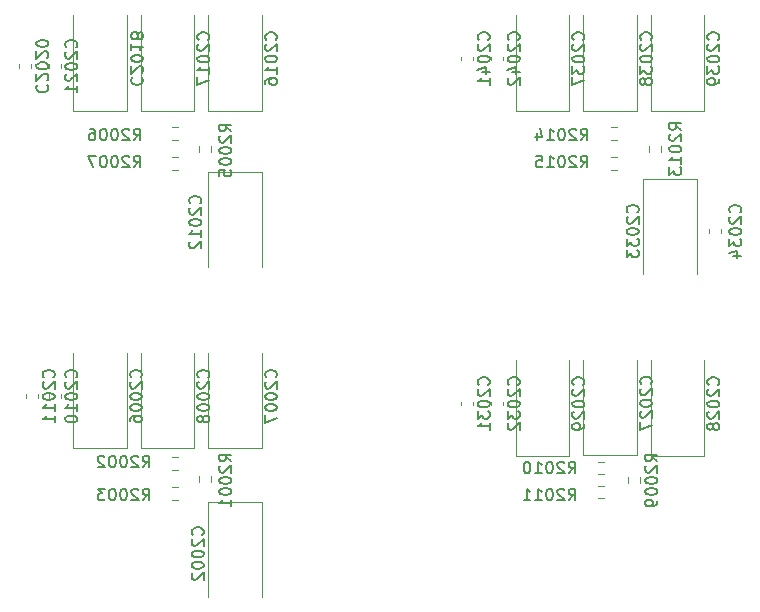
<source format=gbo>
%TF.GenerationSoftware,KiCad,Pcbnew,5.1.9+dfsg1-1*%
%TF.CreationDate,2021-04-28T20:37:39+02:00*%
%TF.ProjectId,Power_Board-2021,506f7765-725f-4426-9f61-72642d323032,rev?*%
%TF.SameCoordinates,Original*%
%TF.FileFunction,Legend,Bot*%
%TF.FilePolarity,Positive*%
%FSLAX46Y46*%
G04 Gerber Fmt 4.6, Leading zero omitted, Abs format (unit mm)*
G04 Created by KiCad (PCBNEW 5.1.9+dfsg1-1) date 2021-04-28 20:37:39*
%MOMM*%
%LPD*%
G01*
G04 APERTURE LIST*
%ADD10C,0.120000*%
%ADD11C,0.150000*%
G04 APERTURE END LIST*
D10*
%TO.C,C2002*%
X173710000Y-107985000D02*
X173710000Y-116045000D01*
X169190000Y-107985000D02*
X173710000Y-107985000D01*
X169190000Y-116045000D02*
X169190000Y-107985000D01*
%TO.C,C2006*%
X162280000Y-95410000D02*
X162280000Y-103470000D01*
X162280000Y-103470000D02*
X157760000Y-103470000D01*
X157760000Y-103470000D02*
X157760000Y-95410000D01*
%TO.C,C2008*%
X163475000Y-103470000D02*
X163475000Y-95410000D01*
X167995000Y-103470000D02*
X163475000Y-103470000D01*
X167995000Y-95410000D02*
X167995000Y-103470000D01*
%TO.C,C2010*%
X156720000Y-99206267D02*
X156720000Y-98913733D01*
X155700000Y-99206267D02*
X155700000Y-98913733D01*
%TO.C,C2011*%
X153795000Y-99206267D02*
X153795000Y-98913733D01*
X154815000Y-99206267D02*
X154815000Y-98913733D01*
%TO.C,C2012*%
X169190000Y-88105000D02*
X169190000Y-80045000D01*
X169190000Y-80045000D02*
X173710000Y-80045000D01*
X173710000Y-80045000D02*
X173710000Y-88105000D01*
%TO.C,C2016*%
X173710000Y-66835000D02*
X173710000Y-74895000D01*
X173710000Y-74895000D02*
X169190000Y-74895000D01*
X169190000Y-74895000D02*
X169190000Y-66835000D01*
%TO.C,C2017*%
X163475000Y-74895000D02*
X163475000Y-66835000D01*
X167995000Y-74895000D02*
X163475000Y-74895000D01*
X167995000Y-66835000D02*
X167995000Y-74895000D01*
%TO.C,C2018*%
X162280000Y-66835000D02*
X162280000Y-74895000D01*
X162280000Y-74895000D02*
X157760000Y-74895000D01*
X157760000Y-74895000D02*
X157760000Y-66835000D01*
%TO.C,C2020*%
X153160000Y-71266267D02*
X153160000Y-70973733D01*
X154180000Y-71266267D02*
X154180000Y-70973733D01*
%TO.C,C2021*%
X156720000Y-71266267D02*
X156720000Y-70973733D01*
X155700000Y-71266267D02*
X155700000Y-70973733D01*
%TO.C,C2027*%
X205460000Y-95982500D02*
X205460000Y-104042500D01*
X205460000Y-104042500D02*
X200940000Y-104042500D01*
X200940000Y-104042500D02*
X200940000Y-95982500D01*
%TO.C,C2028*%
X211175000Y-96045000D02*
X211175000Y-104105000D01*
X211175000Y-104105000D02*
X206655000Y-104105000D01*
X206655000Y-104105000D02*
X206655000Y-96045000D01*
%TO.C,C2029*%
X195225000Y-104105000D02*
X195225000Y-96045000D01*
X199745000Y-104105000D02*
X195225000Y-104105000D01*
X199745000Y-96045000D02*
X199745000Y-104105000D01*
%TO.C,C2031*%
X190625000Y-99841267D02*
X190625000Y-99548733D01*
X191645000Y-99841267D02*
X191645000Y-99548733D01*
%TO.C,C2032*%
X194185000Y-99841267D02*
X194185000Y-99548733D01*
X193165000Y-99841267D02*
X193165000Y-99548733D01*
%TO.C,C2033*%
X210540000Y-80680000D02*
X210540000Y-88740000D01*
X206020000Y-80680000D02*
X210540000Y-80680000D01*
X206020000Y-88740000D02*
X206020000Y-80680000D01*
%TO.C,C2037*%
X195225000Y-74895000D02*
X195225000Y-66835000D01*
X199745000Y-74895000D02*
X195225000Y-74895000D01*
X199745000Y-66835000D02*
X199745000Y-74895000D01*
%TO.C,C2038*%
X205460000Y-66835000D02*
X205460000Y-74895000D01*
X205460000Y-74895000D02*
X200940000Y-74895000D01*
X200940000Y-74895000D02*
X200940000Y-66835000D01*
%TO.C,C2039*%
X206655000Y-74895000D02*
X206655000Y-66835000D01*
X211175000Y-74895000D02*
X206655000Y-74895000D01*
X211175000Y-66835000D02*
X211175000Y-74895000D01*
%TO.C,C2041*%
X191645000Y-70631267D02*
X191645000Y-70338733D01*
X190625000Y-70631267D02*
X190625000Y-70338733D01*
%TO.C,C2042*%
X193165000Y-70631267D02*
X193165000Y-70338733D01*
X194185000Y-70631267D02*
X194185000Y-70338733D01*
%TO.C,R2001*%
X169432500Y-105790276D02*
X169432500Y-106299724D01*
X168387500Y-105790276D02*
X168387500Y-106299724D01*
%TO.C,R2002*%
X166115276Y-105297500D02*
X166624724Y-105297500D01*
X166115276Y-104252500D02*
X166624724Y-104252500D01*
%TO.C,R2003*%
X166624724Y-107837500D02*
X166115276Y-107837500D01*
X166624724Y-106792500D02*
X166115276Y-106792500D01*
%TO.C,R2005*%
X168387500Y-77850276D02*
X168387500Y-78359724D01*
X169432500Y-77850276D02*
X169432500Y-78359724D01*
%TO.C,R2006*%
X166115276Y-77357500D02*
X166624724Y-77357500D01*
X166115276Y-76312500D02*
X166624724Y-76312500D01*
%TO.C,R2007*%
X166624724Y-79897500D02*
X166115276Y-79897500D01*
X166624724Y-78852500D02*
X166115276Y-78852500D01*
%TO.C,R2009*%
X205754500Y-105917276D02*
X205754500Y-106426724D01*
X204709500Y-105917276D02*
X204709500Y-106426724D01*
%TO.C,R2010*%
X202183276Y-104633500D02*
X202692724Y-104633500D01*
X202183276Y-105678500D02*
X202692724Y-105678500D01*
%TO.C,R2011*%
X202692724Y-107710500D02*
X202183276Y-107710500D01*
X202692724Y-106665500D02*
X202183276Y-106665500D01*
%TO.C,R2013*%
X206487500Y-77850276D02*
X206487500Y-78359724D01*
X207532500Y-77850276D02*
X207532500Y-78359724D01*
%TO.C,R2014*%
X203302776Y-77357500D02*
X203812224Y-77357500D01*
X203302776Y-76312500D02*
X203812224Y-76312500D01*
%TO.C,R2015*%
X203812224Y-79897500D02*
X203302776Y-79897500D01*
X203812224Y-78852500D02*
X203302776Y-78852500D01*
%TO.C,C2007*%
X173710000Y-95410000D02*
X173710000Y-103470000D01*
X173710000Y-103470000D02*
X169190000Y-103470000D01*
X169190000Y-103470000D02*
X169190000Y-95410000D01*
%TO.C,C2034*%
X212600000Y-84943733D02*
X212600000Y-85236267D01*
X211580000Y-84943733D02*
X211580000Y-85236267D01*
%TO.C,C2002*%
D11*
X168707142Y-110799761D02*
X168754761Y-110752142D01*
X168802380Y-110609285D01*
X168802380Y-110514047D01*
X168754761Y-110371190D01*
X168659523Y-110275952D01*
X168564285Y-110228333D01*
X168373809Y-110180714D01*
X168230952Y-110180714D01*
X168040476Y-110228333D01*
X167945238Y-110275952D01*
X167850000Y-110371190D01*
X167802380Y-110514047D01*
X167802380Y-110609285D01*
X167850000Y-110752142D01*
X167897619Y-110799761D01*
X167897619Y-111180714D02*
X167850000Y-111228333D01*
X167802380Y-111323571D01*
X167802380Y-111561666D01*
X167850000Y-111656904D01*
X167897619Y-111704523D01*
X167992857Y-111752142D01*
X168088095Y-111752142D01*
X168230952Y-111704523D01*
X168802380Y-111133095D01*
X168802380Y-111752142D01*
X167802380Y-112371190D02*
X167802380Y-112466428D01*
X167850000Y-112561666D01*
X167897619Y-112609285D01*
X167992857Y-112656904D01*
X168183333Y-112704523D01*
X168421428Y-112704523D01*
X168611904Y-112656904D01*
X168707142Y-112609285D01*
X168754761Y-112561666D01*
X168802380Y-112466428D01*
X168802380Y-112371190D01*
X168754761Y-112275952D01*
X168707142Y-112228333D01*
X168611904Y-112180714D01*
X168421428Y-112133095D01*
X168183333Y-112133095D01*
X167992857Y-112180714D01*
X167897619Y-112228333D01*
X167850000Y-112275952D01*
X167802380Y-112371190D01*
X167802380Y-113323571D02*
X167802380Y-113418809D01*
X167850000Y-113514047D01*
X167897619Y-113561666D01*
X167992857Y-113609285D01*
X168183333Y-113656904D01*
X168421428Y-113656904D01*
X168611904Y-113609285D01*
X168707142Y-113561666D01*
X168754761Y-113514047D01*
X168802380Y-113418809D01*
X168802380Y-113323571D01*
X168754761Y-113228333D01*
X168707142Y-113180714D01*
X168611904Y-113133095D01*
X168421428Y-113085476D01*
X168183333Y-113085476D01*
X167992857Y-113133095D01*
X167897619Y-113180714D01*
X167850000Y-113228333D01*
X167802380Y-113323571D01*
X167897619Y-114037857D02*
X167850000Y-114085476D01*
X167802380Y-114180714D01*
X167802380Y-114418809D01*
X167850000Y-114514047D01*
X167897619Y-114561666D01*
X167992857Y-114609285D01*
X168088095Y-114609285D01*
X168230952Y-114561666D01*
X168802380Y-113990238D01*
X168802380Y-114609285D01*
%TO.C,C2006*%
X163477142Y-97464761D02*
X163524761Y-97417142D01*
X163572380Y-97274285D01*
X163572380Y-97179047D01*
X163524761Y-97036190D01*
X163429523Y-96940952D01*
X163334285Y-96893333D01*
X163143809Y-96845714D01*
X163000952Y-96845714D01*
X162810476Y-96893333D01*
X162715238Y-96940952D01*
X162620000Y-97036190D01*
X162572380Y-97179047D01*
X162572380Y-97274285D01*
X162620000Y-97417142D01*
X162667619Y-97464761D01*
X162667619Y-97845714D02*
X162620000Y-97893333D01*
X162572380Y-97988571D01*
X162572380Y-98226666D01*
X162620000Y-98321904D01*
X162667619Y-98369523D01*
X162762857Y-98417142D01*
X162858095Y-98417142D01*
X163000952Y-98369523D01*
X163572380Y-97798095D01*
X163572380Y-98417142D01*
X162572380Y-99036190D02*
X162572380Y-99131428D01*
X162620000Y-99226666D01*
X162667619Y-99274285D01*
X162762857Y-99321904D01*
X162953333Y-99369523D01*
X163191428Y-99369523D01*
X163381904Y-99321904D01*
X163477142Y-99274285D01*
X163524761Y-99226666D01*
X163572380Y-99131428D01*
X163572380Y-99036190D01*
X163524761Y-98940952D01*
X163477142Y-98893333D01*
X163381904Y-98845714D01*
X163191428Y-98798095D01*
X162953333Y-98798095D01*
X162762857Y-98845714D01*
X162667619Y-98893333D01*
X162620000Y-98940952D01*
X162572380Y-99036190D01*
X162572380Y-99988571D02*
X162572380Y-100083809D01*
X162620000Y-100179047D01*
X162667619Y-100226666D01*
X162762857Y-100274285D01*
X162953333Y-100321904D01*
X163191428Y-100321904D01*
X163381904Y-100274285D01*
X163477142Y-100226666D01*
X163524761Y-100179047D01*
X163572380Y-100083809D01*
X163572380Y-99988571D01*
X163524761Y-99893333D01*
X163477142Y-99845714D01*
X163381904Y-99798095D01*
X163191428Y-99750476D01*
X162953333Y-99750476D01*
X162762857Y-99798095D01*
X162667619Y-99845714D01*
X162620000Y-99893333D01*
X162572380Y-99988571D01*
X162572380Y-101179047D02*
X162572380Y-100988571D01*
X162620000Y-100893333D01*
X162667619Y-100845714D01*
X162810476Y-100750476D01*
X163000952Y-100702857D01*
X163381904Y-100702857D01*
X163477142Y-100750476D01*
X163524761Y-100798095D01*
X163572380Y-100893333D01*
X163572380Y-101083809D01*
X163524761Y-101179047D01*
X163477142Y-101226666D01*
X163381904Y-101274285D01*
X163143809Y-101274285D01*
X163048571Y-101226666D01*
X163000952Y-101179047D01*
X162953333Y-101083809D01*
X162953333Y-100893333D01*
X163000952Y-100798095D01*
X163048571Y-100750476D01*
X163143809Y-100702857D01*
%TO.C,C2008*%
X169192142Y-97464761D02*
X169239761Y-97417142D01*
X169287380Y-97274285D01*
X169287380Y-97179047D01*
X169239761Y-97036190D01*
X169144523Y-96940952D01*
X169049285Y-96893333D01*
X168858809Y-96845714D01*
X168715952Y-96845714D01*
X168525476Y-96893333D01*
X168430238Y-96940952D01*
X168335000Y-97036190D01*
X168287380Y-97179047D01*
X168287380Y-97274285D01*
X168335000Y-97417142D01*
X168382619Y-97464761D01*
X168382619Y-97845714D02*
X168335000Y-97893333D01*
X168287380Y-97988571D01*
X168287380Y-98226666D01*
X168335000Y-98321904D01*
X168382619Y-98369523D01*
X168477857Y-98417142D01*
X168573095Y-98417142D01*
X168715952Y-98369523D01*
X169287380Y-97798095D01*
X169287380Y-98417142D01*
X168287380Y-99036190D02*
X168287380Y-99131428D01*
X168335000Y-99226666D01*
X168382619Y-99274285D01*
X168477857Y-99321904D01*
X168668333Y-99369523D01*
X168906428Y-99369523D01*
X169096904Y-99321904D01*
X169192142Y-99274285D01*
X169239761Y-99226666D01*
X169287380Y-99131428D01*
X169287380Y-99036190D01*
X169239761Y-98940952D01*
X169192142Y-98893333D01*
X169096904Y-98845714D01*
X168906428Y-98798095D01*
X168668333Y-98798095D01*
X168477857Y-98845714D01*
X168382619Y-98893333D01*
X168335000Y-98940952D01*
X168287380Y-99036190D01*
X168287380Y-99988571D02*
X168287380Y-100083809D01*
X168335000Y-100179047D01*
X168382619Y-100226666D01*
X168477857Y-100274285D01*
X168668333Y-100321904D01*
X168906428Y-100321904D01*
X169096904Y-100274285D01*
X169192142Y-100226666D01*
X169239761Y-100179047D01*
X169287380Y-100083809D01*
X169287380Y-99988571D01*
X169239761Y-99893333D01*
X169192142Y-99845714D01*
X169096904Y-99798095D01*
X168906428Y-99750476D01*
X168668333Y-99750476D01*
X168477857Y-99798095D01*
X168382619Y-99845714D01*
X168335000Y-99893333D01*
X168287380Y-99988571D01*
X168715952Y-100893333D02*
X168668333Y-100798095D01*
X168620714Y-100750476D01*
X168525476Y-100702857D01*
X168477857Y-100702857D01*
X168382619Y-100750476D01*
X168335000Y-100798095D01*
X168287380Y-100893333D01*
X168287380Y-101083809D01*
X168335000Y-101179047D01*
X168382619Y-101226666D01*
X168477857Y-101274285D01*
X168525476Y-101274285D01*
X168620714Y-101226666D01*
X168668333Y-101179047D01*
X168715952Y-101083809D01*
X168715952Y-100893333D01*
X168763571Y-100798095D01*
X168811190Y-100750476D01*
X168906428Y-100702857D01*
X169096904Y-100702857D01*
X169192142Y-100750476D01*
X169239761Y-100798095D01*
X169287380Y-100893333D01*
X169287380Y-101083809D01*
X169239761Y-101179047D01*
X169192142Y-101226666D01*
X169096904Y-101274285D01*
X168906428Y-101274285D01*
X168811190Y-101226666D01*
X168763571Y-101179047D01*
X168715952Y-101083809D01*
%TO.C,C2010*%
X157997142Y-97464761D02*
X158044761Y-97417142D01*
X158092380Y-97274285D01*
X158092380Y-97179047D01*
X158044761Y-97036190D01*
X157949523Y-96940952D01*
X157854285Y-96893333D01*
X157663809Y-96845714D01*
X157520952Y-96845714D01*
X157330476Y-96893333D01*
X157235238Y-96940952D01*
X157140000Y-97036190D01*
X157092380Y-97179047D01*
X157092380Y-97274285D01*
X157140000Y-97417142D01*
X157187619Y-97464761D01*
X157187619Y-97845714D02*
X157140000Y-97893333D01*
X157092380Y-97988571D01*
X157092380Y-98226666D01*
X157140000Y-98321904D01*
X157187619Y-98369523D01*
X157282857Y-98417142D01*
X157378095Y-98417142D01*
X157520952Y-98369523D01*
X158092380Y-97798095D01*
X158092380Y-98417142D01*
X157092380Y-99036190D02*
X157092380Y-99131428D01*
X157140000Y-99226666D01*
X157187619Y-99274285D01*
X157282857Y-99321904D01*
X157473333Y-99369523D01*
X157711428Y-99369523D01*
X157901904Y-99321904D01*
X157997142Y-99274285D01*
X158044761Y-99226666D01*
X158092380Y-99131428D01*
X158092380Y-99036190D01*
X158044761Y-98940952D01*
X157997142Y-98893333D01*
X157901904Y-98845714D01*
X157711428Y-98798095D01*
X157473333Y-98798095D01*
X157282857Y-98845714D01*
X157187619Y-98893333D01*
X157140000Y-98940952D01*
X157092380Y-99036190D01*
X158092380Y-100321904D02*
X158092380Y-99750476D01*
X158092380Y-100036190D02*
X157092380Y-100036190D01*
X157235238Y-99940952D01*
X157330476Y-99845714D01*
X157378095Y-99750476D01*
X157092380Y-100940952D02*
X157092380Y-101036190D01*
X157140000Y-101131428D01*
X157187619Y-101179047D01*
X157282857Y-101226666D01*
X157473333Y-101274285D01*
X157711428Y-101274285D01*
X157901904Y-101226666D01*
X157997142Y-101179047D01*
X158044761Y-101131428D01*
X158092380Y-101036190D01*
X158092380Y-100940952D01*
X158044761Y-100845714D01*
X157997142Y-100798095D01*
X157901904Y-100750476D01*
X157711428Y-100702857D01*
X157473333Y-100702857D01*
X157282857Y-100750476D01*
X157187619Y-100798095D01*
X157140000Y-100845714D01*
X157092380Y-100940952D01*
%TO.C,C2011*%
X156092142Y-97464761D02*
X156139761Y-97417142D01*
X156187380Y-97274285D01*
X156187380Y-97179047D01*
X156139761Y-97036190D01*
X156044523Y-96940952D01*
X155949285Y-96893333D01*
X155758809Y-96845714D01*
X155615952Y-96845714D01*
X155425476Y-96893333D01*
X155330238Y-96940952D01*
X155235000Y-97036190D01*
X155187380Y-97179047D01*
X155187380Y-97274285D01*
X155235000Y-97417142D01*
X155282619Y-97464761D01*
X155282619Y-97845714D02*
X155235000Y-97893333D01*
X155187380Y-97988571D01*
X155187380Y-98226666D01*
X155235000Y-98321904D01*
X155282619Y-98369523D01*
X155377857Y-98417142D01*
X155473095Y-98417142D01*
X155615952Y-98369523D01*
X156187380Y-97798095D01*
X156187380Y-98417142D01*
X155187380Y-99036190D02*
X155187380Y-99131428D01*
X155235000Y-99226666D01*
X155282619Y-99274285D01*
X155377857Y-99321904D01*
X155568333Y-99369523D01*
X155806428Y-99369523D01*
X155996904Y-99321904D01*
X156092142Y-99274285D01*
X156139761Y-99226666D01*
X156187380Y-99131428D01*
X156187380Y-99036190D01*
X156139761Y-98940952D01*
X156092142Y-98893333D01*
X155996904Y-98845714D01*
X155806428Y-98798095D01*
X155568333Y-98798095D01*
X155377857Y-98845714D01*
X155282619Y-98893333D01*
X155235000Y-98940952D01*
X155187380Y-99036190D01*
X156187380Y-100321904D02*
X156187380Y-99750476D01*
X156187380Y-100036190D02*
X155187380Y-100036190D01*
X155330238Y-99940952D01*
X155425476Y-99845714D01*
X155473095Y-99750476D01*
X156187380Y-101274285D02*
X156187380Y-100702857D01*
X156187380Y-100988571D02*
X155187380Y-100988571D01*
X155330238Y-100893333D01*
X155425476Y-100798095D01*
X155473095Y-100702857D01*
%TO.C,C2012*%
X168505142Y-82732761D02*
X168552761Y-82685142D01*
X168600380Y-82542285D01*
X168600380Y-82447047D01*
X168552761Y-82304190D01*
X168457523Y-82208952D01*
X168362285Y-82161333D01*
X168171809Y-82113714D01*
X168028952Y-82113714D01*
X167838476Y-82161333D01*
X167743238Y-82208952D01*
X167648000Y-82304190D01*
X167600380Y-82447047D01*
X167600380Y-82542285D01*
X167648000Y-82685142D01*
X167695619Y-82732761D01*
X167695619Y-83113714D02*
X167648000Y-83161333D01*
X167600380Y-83256571D01*
X167600380Y-83494666D01*
X167648000Y-83589904D01*
X167695619Y-83637523D01*
X167790857Y-83685142D01*
X167886095Y-83685142D01*
X168028952Y-83637523D01*
X168600380Y-83066095D01*
X168600380Y-83685142D01*
X167600380Y-84304190D02*
X167600380Y-84399428D01*
X167648000Y-84494666D01*
X167695619Y-84542285D01*
X167790857Y-84589904D01*
X167981333Y-84637523D01*
X168219428Y-84637523D01*
X168409904Y-84589904D01*
X168505142Y-84542285D01*
X168552761Y-84494666D01*
X168600380Y-84399428D01*
X168600380Y-84304190D01*
X168552761Y-84208952D01*
X168505142Y-84161333D01*
X168409904Y-84113714D01*
X168219428Y-84066095D01*
X167981333Y-84066095D01*
X167790857Y-84113714D01*
X167695619Y-84161333D01*
X167648000Y-84208952D01*
X167600380Y-84304190D01*
X168600380Y-85589904D02*
X168600380Y-85018476D01*
X168600380Y-85304190D02*
X167600380Y-85304190D01*
X167743238Y-85208952D01*
X167838476Y-85113714D01*
X167886095Y-85018476D01*
X167695619Y-85970857D02*
X167648000Y-86018476D01*
X167600380Y-86113714D01*
X167600380Y-86351809D01*
X167648000Y-86447047D01*
X167695619Y-86494666D01*
X167790857Y-86542285D01*
X167886095Y-86542285D01*
X168028952Y-86494666D01*
X168600380Y-85923238D01*
X168600380Y-86542285D01*
%TO.C,C2016*%
X174907142Y-68889761D02*
X174954761Y-68842142D01*
X175002380Y-68699285D01*
X175002380Y-68604047D01*
X174954761Y-68461190D01*
X174859523Y-68365952D01*
X174764285Y-68318333D01*
X174573809Y-68270714D01*
X174430952Y-68270714D01*
X174240476Y-68318333D01*
X174145238Y-68365952D01*
X174050000Y-68461190D01*
X174002380Y-68604047D01*
X174002380Y-68699285D01*
X174050000Y-68842142D01*
X174097619Y-68889761D01*
X174097619Y-69270714D02*
X174050000Y-69318333D01*
X174002380Y-69413571D01*
X174002380Y-69651666D01*
X174050000Y-69746904D01*
X174097619Y-69794523D01*
X174192857Y-69842142D01*
X174288095Y-69842142D01*
X174430952Y-69794523D01*
X175002380Y-69223095D01*
X175002380Y-69842142D01*
X174002380Y-70461190D02*
X174002380Y-70556428D01*
X174050000Y-70651666D01*
X174097619Y-70699285D01*
X174192857Y-70746904D01*
X174383333Y-70794523D01*
X174621428Y-70794523D01*
X174811904Y-70746904D01*
X174907142Y-70699285D01*
X174954761Y-70651666D01*
X175002380Y-70556428D01*
X175002380Y-70461190D01*
X174954761Y-70365952D01*
X174907142Y-70318333D01*
X174811904Y-70270714D01*
X174621428Y-70223095D01*
X174383333Y-70223095D01*
X174192857Y-70270714D01*
X174097619Y-70318333D01*
X174050000Y-70365952D01*
X174002380Y-70461190D01*
X175002380Y-71746904D02*
X175002380Y-71175476D01*
X175002380Y-71461190D02*
X174002380Y-71461190D01*
X174145238Y-71365952D01*
X174240476Y-71270714D01*
X174288095Y-71175476D01*
X174002380Y-72604047D02*
X174002380Y-72413571D01*
X174050000Y-72318333D01*
X174097619Y-72270714D01*
X174240476Y-72175476D01*
X174430952Y-72127857D01*
X174811904Y-72127857D01*
X174907142Y-72175476D01*
X174954761Y-72223095D01*
X175002380Y-72318333D01*
X175002380Y-72508809D01*
X174954761Y-72604047D01*
X174907142Y-72651666D01*
X174811904Y-72699285D01*
X174573809Y-72699285D01*
X174478571Y-72651666D01*
X174430952Y-72604047D01*
X174383333Y-72508809D01*
X174383333Y-72318333D01*
X174430952Y-72223095D01*
X174478571Y-72175476D01*
X174573809Y-72127857D01*
%TO.C,C2017*%
X169192142Y-68889761D02*
X169239761Y-68842142D01*
X169287380Y-68699285D01*
X169287380Y-68604047D01*
X169239761Y-68461190D01*
X169144523Y-68365952D01*
X169049285Y-68318333D01*
X168858809Y-68270714D01*
X168715952Y-68270714D01*
X168525476Y-68318333D01*
X168430238Y-68365952D01*
X168335000Y-68461190D01*
X168287380Y-68604047D01*
X168287380Y-68699285D01*
X168335000Y-68842142D01*
X168382619Y-68889761D01*
X168382619Y-69270714D02*
X168335000Y-69318333D01*
X168287380Y-69413571D01*
X168287380Y-69651666D01*
X168335000Y-69746904D01*
X168382619Y-69794523D01*
X168477857Y-69842142D01*
X168573095Y-69842142D01*
X168715952Y-69794523D01*
X169287380Y-69223095D01*
X169287380Y-69842142D01*
X168287380Y-70461190D02*
X168287380Y-70556428D01*
X168335000Y-70651666D01*
X168382619Y-70699285D01*
X168477857Y-70746904D01*
X168668333Y-70794523D01*
X168906428Y-70794523D01*
X169096904Y-70746904D01*
X169192142Y-70699285D01*
X169239761Y-70651666D01*
X169287380Y-70556428D01*
X169287380Y-70461190D01*
X169239761Y-70365952D01*
X169192142Y-70318333D01*
X169096904Y-70270714D01*
X168906428Y-70223095D01*
X168668333Y-70223095D01*
X168477857Y-70270714D01*
X168382619Y-70318333D01*
X168335000Y-70365952D01*
X168287380Y-70461190D01*
X169287380Y-71746904D02*
X169287380Y-71175476D01*
X169287380Y-71461190D02*
X168287380Y-71461190D01*
X168430238Y-71365952D01*
X168525476Y-71270714D01*
X168573095Y-71175476D01*
X168287380Y-72080238D02*
X168287380Y-72746904D01*
X169287380Y-72318333D01*
%TO.C,C2018*%
X162762857Y-72080238D02*
X162715238Y-72127857D01*
X162667619Y-72270714D01*
X162667619Y-72365952D01*
X162715238Y-72508809D01*
X162810476Y-72604047D01*
X162905714Y-72651666D01*
X163096190Y-72699285D01*
X163239047Y-72699285D01*
X163429523Y-72651666D01*
X163524761Y-72604047D01*
X163620000Y-72508809D01*
X163667619Y-72365952D01*
X163667619Y-72270714D01*
X163620000Y-72127857D01*
X163572380Y-72080238D01*
X163572380Y-71699285D02*
X163620000Y-71651666D01*
X163667619Y-71556428D01*
X163667619Y-71318333D01*
X163620000Y-71223095D01*
X163572380Y-71175476D01*
X163477142Y-71127857D01*
X163381904Y-71127857D01*
X163239047Y-71175476D01*
X162667619Y-71746904D01*
X162667619Y-71127857D01*
X163667619Y-70508809D02*
X163667619Y-70413571D01*
X163620000Y-70318333D01*
X163572380Y-70270714D01*
X163477142Y-70223095D01*
X163286666Y-70175476D01*
X163048571Y-70175476D01*
X162858095Y-70223095D01*
X162762857Y-70270714D01*
X162715238Y-70318333D01*
X162667619Y-70413571D01*
X162667619Y-70508809D01*
X162715238Y-70604047D01*
X162762857Y-70651666D01*
X162858095Y-70699285D01*
X163048571Y-70746904D01*
X163286666Y-70746904D01*
X163477142Y-70699285D01*
X163572380Y-70651666D01*
X163620000Y-70604047D01*
X163667619Y-70508809D01*
X162667619Y-69223095D02*
X162667619Y-69794523D01*
X162667619Y-69508809D02*
X163667619Y-69508809D01*
X163524761Y-69604047D01*
X163429523Y-69699285D01*
X163381904Y-69794523D01*
X163239047Y-68651666D02*
X163286666Y-68746904D01*
X163334285Y-68794523D01*
X163429523Y-68842142D01*
X163477142Y-68842142D01*
X163572380Y-68794523D01*
X163620000Y-68746904D01*
X163667619Y-68651666D01*
X163667619Y-68461190D01*
X163620000Y-68365952D01*
X163572380Y-68318333D01*
X163477142Y-68270714D01*
X163429523Y-68270714D01*
X163334285Y-68318333D01*
X163286666Y-68365952D01*
X163239047Y-68461190D01*
X163239047Y-68651666D01*
X163191428Y-68746904D01*
X163143809Y-68794523D01*
X163048571Y-68842142D01*
X162858095Y-68842142D01*
X162762857Y-68794523D01*
X162715238Y-68746904D01*
X162667619Y-68651666D01*
X162667619Y-68461190D01*
X162715238Y-68365952D01*
X162762857Y-68318333D01*
X162858095Y-68270714D01*
X163048571Y-68270714D01*
X163143809Y-68318333D01*
X163191428Y-68365952D01*
X163239047Y-68461190D01*
%TO.C,C2020*%
X154742857Y-72715238D02*
X154695238Y-72762857D01*
X154647619Y-72905714D01*
X154647619Y-73000952D01*
X154695238Y-73143809D01*
X154790476Y-73239047D01*
X154885714Y-73286666D01*
X155076190Y-73334285D01*
X155219047Y-73334285D01*
X155409523Y-73286666D01*
X155504761Y-73239047D01*
X155600000Y-73143809D01*
X155647619Y-73000952D01*
X155647619Y-72905714D01*
X155600000Y-72762857D01*
X155552380Y-72715238D01*
X155552380Y-72334285D02*
X155600000Y-72286666D01*
X155647619Y-72191428D01*
X155647619Y-71953333D01*
X155600000Y-71858095D01*
X155552380Y-71810476D01*
X155457142Y-71762857D01*
X155361904Y-71762857D01*
X155219047Y-71810476D01*
X154647619Y-72381904D01*
X154647619Y-71762857D01*
X155647619Y-71143809D02*
X155647619Y-71048571D01*
X155600000Y-70953333D01*
X155552380Y-70905714D01*
X155457142Y-70858095D01*
X155266666Y-70810476D01*
X155028571Y-70810476D01*
X154838095Y-70858095D01*
X154742857Y-70905714D01*
X154695238Y-70953333D01*
X154647619Y-71048571D01*
X154647619Y-71143809D01*
X154695238Y-71239047D01*
X154742857Y-71286666D01*
X154838095Y-71334285D01*
X155028571Y-71381904D01*
X155266666Y-71381904D01*
X155457142Y-71334285D01*
X155552380Y-71286666D01*
X155600000Y-71239047D01*
X155647619Y-71143809D01*
X155552380Y-70429523D02*
X155600000Y-70381904D01*
X155647619Y-70286666D01*
X155647619Y-70048571D01*
X155600000Y-69953333D01*
X155552380Y-69905714D01*
X155457142Y-69858095D01*
X155361904Y-69858095D01*
X155219047Y-69905714D01*
X154647619Y-70477142D01*
X154647619Y-69858095D01*
X155647619Y-69239047D02*
X155647619Y-69143809D01*
X155600000Y-69048571D01*
X155552380Y-69000952D01*
X155457142Y-68953333D01*
X155266666Y-68905714D01*
X155028571Y-68905714D01*
X154838095Y-68953333D01*
X154742857Y-69000952D01*
X154695238Y-69048571D01*
X154647619Y-69143809D01*
X154647619Y-69239047D01*
X154695238Y-69334285D01*
X154742857Y-69381904D01*
X154838095Y-69429523D01*
X155028571Y-69477142D01*
X155266666Y-69477142D01*
X155457142Y-69429523D01*
X155552380Y-69381904D01*
X155600000Y-69334285D01*
X155647619Y-69239047D01*
%TO.C,C2021*%
X157997142Y-69524761D02*
X158044761Y-69477142D01*
X158092380Y-69334285D01*
X158092380Y-69239047D01*
X158044761Y-69096190D01*
X157949523Y-69000952D01*
X157854285Y-68953333D01*
X157663809Y-68905714D01*
X157520952Y-68905714D01*
X157330476Y-68953333D01*
X157235238Y-69000952D01*
X157140000Y-69096190D01*
X157092380Y-69239047D01*
X157092380Y-69334285D01*
X157140000Y-69477142D01*
X157187619Y-69524761D01*
X157187619Y-69905714D02*
X157140000Y-69953333D01*
X157092380Y-70048571D01*
X157092380Y-70286666D01*
X157140000Y-70381904D01*
X157187619Y-70429523D01*
X157282857Y-70477142D01*
X157378095Y-70477142D01*
X157520952Y-70429523D01*
X158092380Y-69858095D01*
X158092380Y-70477142D01*
X157092380Y-71096190D02*
X157092380Y-71191428D01*
X157140000Y-71286666D01*
X157187619Y-71334285D01*
X157282857Y-71381904D01*
X157473333Y-71429523D01*
X157711428Y-71429523D01*
X157901904Y-71381904D01*
X157997142Y-71334285D01*
X158044761Y-71286666D01*
X158092380Y-71191428D01*
X158092380Y-71096190D01*
X158044761Y-71000952D01*
X157997142Y-70953333D01*
X157901904Y-70905714D01*
X157711428Y-70858095D01*
X157473333Y-70858095D01*
X157282857Y-70905714D01*
X157187619Y-70953333D01*
X157140000Y-71000952D01*
X157092380Y-71096190D01*
X157187619Y-71810476D02*
X157140000Y-71858095D01*
X157092380Y-71953333D01*
X157092380Y-72191428D01*
X157140000Y-72286666D01*
X157187619Y-72334285D01*
X157282857Y-72381904D01*
X157378095Y-72381904D01*
X157520952Y-72334285D01*
X158092380Y-71762857D01*
X158092380Y-72381904D01*
X158092380Y-73334285D02*
X158092380Y-72762857D01*
X158092380Y-73048571D02*
X157092380Y-73048571D01*
X157235238Y-72953333D01*
X157330476Y-72858095D01*
X157378095Y-72762857D01*
%TO.C,C2027*%
X206657142Y-98037261D02*
X206704761Y-97989642D01*
X206752380Y-97846785D01*
X206752380Y-97751547D01*
X206704761Y-97608690D01*
X206609523Y-97513452D01*
X206514285Y-97465833D01*
X206323809Y-97418214D01*
X206180952Y-97418214D01*
X205990476Y-97465833D01*
X205895238Y-97513452D01*
X205800000Y-97608690D01*
X205752380Y-97751547D01*
X205752380Y-97846785D01*
X205800000Y-97989642D01*
X205847619Y-98037261D01*
X205847619Y-98418214D02*
X205800000Y-98465833D01*
X205752380Y-98561071D01*
X205752380Y-98799166D01*
X205800000Y-98894404D01*
X205847619Y-98942023D01*
X205942857Y-98989642D01*
X206038095Y-98989642D01*
X206180952Y-98942023D01*
X206752380Y-98370595D01*
X206752380Y-98989642D01*
X205752380Y-99608690D02*
X205752380Y-99703928D01*
X205800000Y-99799166D01*
X205847619Y-99846785D01*
X205942857Y-99894404D01*
X206133333Y-99942023D01*
X206371428Y-99942023D01*
X206561904Y-99894404D01*
X206657142Y-99846785D01*
X206704761Y-99799166D01*
X206752380Y-99703928D01*
X206752380Y-99608690D01*
X206704761Y-99513452D01*
X206657142Y-99465833D01*
X206561904Y-99418214D01*
X206371428Y-99370595D01*
X206133333Y-99370595D01*
X205942857Y-99418214D01*
X205847619Y-99465833D01*
X205800000Y-99513452D01*
X205752380Y-99608690D01*
X205847619Y-100322976D02*
X205800000Y-100370595D01*
X205752380Y-100465833D01*
X205752380Y-100703928D01*
X205800000Y-100799166D01*
X205847619Y-100846785D01*
X205942857Y-100894404D01*
X206038095Y-100894404D01*
X206180952Y-100846785D01*
X206752380Y-100275357D01*
X206752380Y-100894404D01*
X205752380Y-101227738D02*
X205752380Y-101894404D01*
X206752380Y-101465833D01*
%TO.C,C2028*%
X212372142Y-98099761D02*
X212419761Y-98052142D01*
X212467380Y-97909285D01*
X212467380Y-97814047D01*
X212419761Y-97671190D01*
X212324523Y-97575952D01*
X212229285Y-97528333D01*
X212038809Y-97480714D01*
X211895952Y-97480714D01*
X211705476Y-97528333D01*
X211610238Y-97575952D01*
X211515000Y-97671190D01*
X211467380Y-97814047D01*
X211467380Y-97909285D01*
X211515000Y-98052142D01*
X211562619Y-98099761D01*
X211562619Y-98480714D02*
X211515000Y-98528333D01*
X211467380Y-98623571D01*
X211467380Y-98861666D01*
X211515000Y-98956904D01*
X211562619Y-99004523D01*
X211657857Y-99052142D01*
X211753095Y-99052142D01*
X211895952Y-99004523D01*
X212467380Y-98433095D01*
X212467380Y-99052142D01*
X211467380Y-99671190D02*
X211467380Y-99766428D01*
X211515000Y-99861666D01*
X211562619Y-99909285D01*
X211657857Y-99956904D01*
X211848333Y-100004523D01*
X212086428Y-100004523D01*
X212276904Y-99956904D01*
X212372142Y-99909285D01*
X212419761Y-99861666D01*
X212467380Y-99766428D01*
X212467380Y-99671190D01*
X212419761Y-99575952D01*
X212372142Y-99528333D01*
X212276904Y-99480714D01*
X212086428Y-99433095D01*
X211848333Y-99433095D01*
X211657857Y-99480714D01*
X211562619Y-99528333D01*
X211515000Y-99575952D01*
X211467380Y-99671190D01*
X211562619Y-100385476D02*
X211515000Y-100433095D01*
X211467380Y-100528333D01*
X211467380Y-100766428D01*
X211515000Y-100861666D01*
X211562619Y-100909285D01*
X211657857Y-100956904D01*
X211753095Y-100956904D01*
X211895952Y-100909285D01*
X212467380Y-100337857D01*
X212467380Y-100956904D01*
X211895952Y-101528333D02*
X211848333Y-101433095D01*
X211800714Y-101385476D01*
X211705476Y-101337857D01*
X211657857Y-101337857D01*
X211562619Y-101385476D01*
X211515000Y-101433095D01*
X211467380Y-101528333D01*
X211467380Y-101718809D01*
X211515000Y-101814047D01*
X211562619Y-101861666D01*
X211657857Y-101909285D01*
X211705476Y-101909285D01*
X211800714Y-101861666D01*
X211848333Y-101814047D01*
X211895952Y-101718809D01*
X211895952Y-101528333D01*
X211943571Y-101433095D01*
X211991190Y-101385476D01*
X212086428Y-101337857D01*
X212276904Y-101337857D01*
X212372142Y-101385476D01*
X212419761Y-101433095D01*
X212467380Y-101528333D01*
X212467380Y-101718809D01*
X212419761Y-101814047D01*
X212372142Y-101861666D01*
X212276904Y-101909285D01*
X212086428Y-101909285D01*
X211991190Y-101861666D01*
X211943571Y-101814047D01*
X211895952Y-101718809D01*
%TO.C,C2029*%
X200942142Y-98099761D02*
X200989761Y-98052142D01*
X201037380Y-97909285D01*
X201037380Y-97814047D01*
X200989761Y-97671190D01*
X200894523Y-97575952D01*
X200799285Y-97528333D01*
X200608809Y-97480714D01*
X200465952Y-97480714D01*
X200275476Y-97528333D01*
X200180238Y-97575952D01*
X200085000Y-97671190D01*
X200037380Y-97814047D01*
X200037380Y-97909285D01*
X200085000Y-98052142D01*
X200132619Y-98099761D01*
X200132619Y-98480714D02*
X200085000Y-98528333D01*
X200037380Y-98623571D01*
X200037380Y-98861666D01*
X200085000Y-98956904D01*
X200132619Y-99004523D01*
X200227857Y-99052142D01*
X200323095Y-99052142D01*
X200465952Y-99004523D01*
X201037380Y-98433095D01*
X201037380Y-99052142D01*
X200037380Y-99671190D02*
X200037380Y-99766428D01*
X200085000Y-99861666D01*
X200132619Y-99909285D01*
X200227857Y-99956904D01*
X200418333Y-100004523D01*
X200656428Y-100004523D01*
X200846904Y-99956904D01*
X200942142Y-99909285D01*
X200989761Y-99861666D01*
X201037380Y-99766428D01*
X201037380Y-99671190D01*
X200989761Y-99575952D01*
X200942142Y-99528333D01*
X200846904Y-99480714D01*
X200656428Y-99433095D01*
X200418333Y-99433095D01*
X200227857Y-99480714D01*
X200132619Y-99528333D01*
X200085000Y-99575952D01*
X200037380Y-99671190D01*
X200132619Y-100385476D02*
X200085000Y-100433095D01*
X200037380Y-100528333D01*
X200037380Y-100766428D01*
X200085000Y-100861666D01*
X200132619Y-100909285D01*
X200227857Y-100956904D01*
X200323095Y-100956904D01*
X200465952Y-100909285D01*
X201037380Y-100337857D01*
X201037380Y-100956904D01*
X201037380Y-101433095D02*
X201037380Y-101623571D01*
X200989761Y-101718809D01*
X200942142Y-101766428D01*
X200799285Y-101861666D01*
X200608809Y-101909285D01*
X200227857Y-101909285D01*
X200132619Y-101861666D01*
X200085000Y-101814047D01*
X200037380Y-101718809D01*
X200037380Y-101528333D01*
X200085000Y-101433095D01*
X200132619Y-101385476D01*
X200227857Y-101337857D01*
X200465952Y-101337857D01*
X200561190Y-101385476D01*
X200608809Y-101433095D01*
X200656428Y-101528333D01*
X200656428Y-101718809D01*
X200608809Y-101814047D01*
X200561190Y-101861666D01*
X200465952Y-101909285D01*
%TO.C,C2031*%
X192922142Y-98099761D02*
X192969761Y-98052142D01*
X193017380Y-97909285D01*
X193017380Y-97814047D01*
X192969761Y-97671190D01*
X192874523Y-97575952D01*
X192779285Y-97528333D01*
X192588809Y-97480714D01*
X192445952Y-97480714D01*
X192255476Y-97528333D01*
X192160238Y-97575952D01*
X192065000Y-97671190D01*
X192017380Y-97814047D01*
X192017380Y-97909285D01*
X192065000Y-98052142D01*
X192112619Y-98099761D01*
X192112619Y-98480714D02*
X192065000Y-98528333D01*
X192017380Y-98623571D01*
X192017380Y-98861666D01*
X192065000Y-98956904D01*
X192112619Y-99004523D01*
X192207857Y-99052142D01*
X192303095Y-99052142D01*
X192445952Y-99004523D01*
X193017380Y-98433095D01*
X193017380Y-99052142D01*
X192017380Y-99671190D02*
X192017380Y-99766428D01*
X192065000Y-99861666D01*
X192112619Y-99909285D01*
X192207857Y-99956904D01*
X192398333Y-100004523D01*
X192636428Y-100004523D01*
X192826904Y-99956904D01*
X192922142Y-99909285D01*
X192969761Y-99861666D01*
X193017380Y-99766428D01*
X193017380Y-99671190D01*
X192969761Y-99575952D01*
X192922142Y-99528333D01*
X192826904Y-99480714D01*
X192636428Y-99433095D01*
X192398333Y-99433095D01*
X192207857Y-99480714D01*
X192112619Y-99528333D01*
X192065000Y-99575952D01*
X192017380Y-99671190D01*
X192017380Y-100337857D02*
X192017380Y-100956904D01*
X192398333Y-100623571D01*
X192398333Y-100766428D01*
X192445952Y-100861666D01*
X192493571Y-100909285D01*
X192588809Y-100956904D01*
X192826904Y-100956904D01*
X192922142Y-100909285D01*
X192969761Y-100861666D01*
X193017380Y-100766428D01*
X193017380Y-100480714D01*
X192969761Y-100385476D01*
X192922142Y-100337857D01*
X193017380Y-101909285D02*
X193017380Y-101337857D01*
X193017380Y-101623571D02*
X192017380Y-101623571D01*
X192160238Y-101528333D01*
X192255476Y-101433095D01*
X192303095Y-101337857D01*
%TO.C,C2032*%
X195462142Y-98099761D02*
X195509761Y-98052142D01*
X195557380Y-97909285D01*
X195557380Y-97814047D01*
X195509761Y-97671190D01*
X195414523Y-97575952D01*
X195319285Y-97528333D01*
X195128809Y-97480714D01*
X194985952Y-97480714D01*
X194795476Y-97528333D01*
X194700238Y-97575952D01*
X194605000Y-97671190D01*
X194557380Y-97814047D01*
X194557380Y-97909285D01*
X194605000Y-98052142D01*
X194652619Y-98099761D01*
X194652619Y-98480714D02*
X194605000Y-98528333D01*
X194557380Y-98623571D01*
X194557380Y-98861666D01*
X194605000Y-98956904D01*
X194652619Y-99004523D01*
X194747857Y-99052142D01*
X194843095Y-99052142D01*
X194985952Y-99004523D01*
X195557380Y-98433095D01*
X195557380Y-99052142D01*
X194557380Y-99671190D02*
X194557380Y-99766428D01*
X194605000Y-99861666D01*
X194652619Y-99909285D01*
X194747857Y-99956904D01*
X194938333Y-100004523D01*
X195176428Y-100004523D01*
X195366904Y-99956904D01*
X195462142Y-99909285D01*
X195509761Y-99861666D01*
X195557380Y-99766428D01*
X195557380Y-99671190D01*
X195509761Y-99575952D01*
X195462142Y-99528333D01*
X195366904Y-99480714D01*
X195176428Y-99433095D01*
X194938333Y-99433095D01*
X194747857Y-99480714D01*
X194652619Y-99528333D01*
X194605000Y-99575952D01*
X194557380Y-99671190D01*
X194557380Y-100337857D02*
X194557380Y-100956904D01*
X194938333Y-100623571D01*
X194938333Y-100766428D01*
X194985952Y-100861666D01*
X195033571Y-100909285D01*
X195128809Y-100956904D01*
X195366904Y-100956904D01*
X195462142Y-100909285D01*
X195509761Y-100861666D01*
X195557380Y-100766428D01*
X195557380Y-100480714D01*
X195509761Y-100385476D01*
X195462142Y-100337857D01*
X194652619Y-101337857D02*
X194605000Y-101385476D01*
X194557380Y-101480714D01*
X194557380Y-101718809D01*
X194605000Y-101814047D01*
X194652619Y-101861666D01*
X194747857Y-101909285D01*
X194843095Y-101909285D01*
X194985952Y-101861666D01*
X195557380Y-101290238D01*
X195557380Y-101909285D01*
%TO.C,C2033*%
X205537142Y-83494761D02*
X205584761Y-83447142D01*
X205632380Y-83304285D01*
X205632380Y-83209047D01*
X205584761Y-83066190D01*
X205489523Y-82970952D01*
X205394285Y-82923333D01*
X205203809Y-82875714D01*
X205060952Y-82875714D01*
X204870476Y-82923333D01*
X204775238Y-82970952D01*
X204680000Y-83066190D01*
X204632380Y-83209047D01*
X204632380Y-83304285D01*
X204680000Y-83447142D01*
X204727619Y-83494761D01*
X204727619Y-83875714D02*
X204680000Y-83923333D01*
X204632380Y-84018571D01*
X204632380Y-84256666D01*
X204680000Y-84351904D01*
X204727619Y-84399523D01*
X204822857Y-84447142D01*
X204918095Y-84447142D01*
X205060952Y-84399523D01*
X205632380Y-83828095D01*
X205632380Y-84447142D01*
X204632380Y-85066190D02*
X204632380Y-85161428D01*
X204680000Y-85256666D01*
X204727619Y-85304285D01*
X204822857Y-85351904D01*
X205013333Y-85399523D01*
X205251428Y-85399523D01*
X205441904Y-85351904D01*
X205537142Y-85304285D01*
X205584761Y-85256666D01*
X205632380Y-85161428D01*
X205632380Y-85066190D01*
X205584761Y-84970952D01*
X205537142Y-84923333D01*
X205441904Y-84875714D01*
X205251428Y-84828095D01*
X205013333Y-84828095D01*
X204822857Y-84875714D01*
X204727619Y-84923333D01*
X204680000Y-84970952D01*
X204632380Y-85066190D01*
X204632380Y-85732857D02*
X204632380Y-86351904D01*
X205013333Y-86018571D01*
X205013333Y-86161428D01*
X205060952Y-86256666D01*
X205108571Y-86304285D01*
X205203809Y-86351904D01*
X205441904Y-86351904D01*
X205537142Y-86304285D01*
X205584761Y-86256666D01*
X205632380Y-86161428D01*
X205632380Y-85875714D01*
X205584761Y-85780476D01*
X205537142Y-85732857D01*
X204632380Y-86685238D02*
X204632380Y-87304285D01*
X205013333Y-86970952D01*
X205013333Y-87113809D01*
X205060952Y-87209047D01*
X205108571Y-87256666D01*
X205203809Y-87304285D01*
X205441904Y-87304285D01*
X205537142Y-87256666D01*
X205584761Y-87209047D01*
X205632380Y-87113809D01*
X205632380Y-86828095D01*
X205584761Y-86732857D01*
X205537142Y-86685238D01*
%TO.C,C2037*%
X200942142Y-68889761D02*
X200989761Y-68842142D01*
X201037380Y-68699285D01*
X201037380Y-68604047D01*
X200989761Y-68461190D01*
X200894523Y-68365952D01*
X200799285Y-68318333D01*
X200608809Y-68270714D01*
X200465952Y-68270714D01*
X200275476Y-68318333D01*
X200180238Y-68365952D01*
X200085000Y-68461190D01*
X200037380Y-68604047D01*
X200037380Y-68699285D01*
X200085000Y-68842142D01*
X200132619Y-68889761D01*
X200132619Y-69270714D02*
X200085000Y-69318333D01*
X200037380Y-69413571D01*
X200037380Y-69651666D01*
X200085000Y-69746904D01*
X200132619Y-69794523D01*
X200227857Y-69842142D01*
X200323095Y-69842142D01*
X200465952Y-69794523D01*
X201037380Y-69223095D01*
X201037380Y-69842142D01*
X200037380Y-70461190D02*
X200037380Y-70556428D01*
X200085000Y-70651666D01*
X200132619Y-70699285D01*
X200227857Y-70746904D01*
X200418333Y-70794523D01*
X200656428Y-70794523D01*
X200846904Y-70746904D01*
X200942142Y-70699285D01*
X200989761Y-70651666D01*
X201037380Y-70556428D01*
X201037380Y-70461190D01*
X200989761Y-70365952D01*
X200942142Y-70318333D01*
X200846904Y-70270714D01*
X200656428Y-70223095D01*
X200418333Y-70223095D01*
X200227857Y-70270714D01*
X200132619Y-70318333D01*
X200085000Y-70365952D01*
X200037380Y-70461190D01*
X200037380Y-71127857D02*
X200037380Y-71746904D01*
X200418333Y-71413571D01*
X200418333Y-71556428D01*
X200465952Y-71651666D01*
X200513571Y-71699285D01*
X200608809Y-71746904D01*
X200846904Y-71746904D01*
X200942142Y-71699285D01*
X200989761Y-71651666D01*
X201037380Y-71556428D01*
X201037380Y-71270714D01*
X200989761Y-71175476D01*
X200942142Y-71127857D01*
X200037380Y-72080238D02*
X200037380Y-72746904D01*
X201037380Y-72318333D01*
%TO.C,C2038*%
X206657142Y-68889761D02*
X206704761Y-68842142D01*
X206752380Y-68699285D01*
X206752380Y-68604047D01*
X206704761Y-68461190D01*
X206609523Y-68365952D01*
X206514285Y-68318333D01*
X206323809Y-68270714D01*
X206180952Y-68270714D01*
X205990476Y-68318333D01*
X205895238Y-68365952D01*
X205800000Y-68461190D01*
X205752380Y-68604047D01*
X205752380Y-68699285D01*
X205800000Y-68842142D01*
X205847619Y-68889761D01*
X205847619Y-69270714D02*
X205800000Y-69318333D01*
X205752380Y-69413571D01*
X205752380Y-69651666D01*
X205800000Y-69746904D01*
X205847619Y-69794523D01*
X205942857Y-69842142D01*
X206038095Y-69842142D01*
X206180952Y-69794523D01*
X206752380Y-69223095D01*
X206752380Y-69842142D01*
X205752380Y-70461190D02*
X205752380Y-70556428D01*
X205800000Y-70651666D01*
X205847619Y-70699285D01*
X205942857Y-70746904D01*
X206133333Y-70794523D01*
X206371428Y-70794523D01*
X206561904Y-70746904D01*
X206657142Y-70699285D01*
X206704761Y-70651666D01*
X206752380Y-70556428D01*
X206752380Y-70461190D01*
X206704761Y-70365952D01*
X206657142Y-70318333D01*
X206561904Y-70270714D01*
X206371428Y-70223095D01*
X206133333Y-70223095D01*
X205942857Y-70270714D01*
X205847619Y-70318333D01*
X205800000Y-70365952D01*
X205752380Y-70461190D01*
X205752380Y-71127857D02*
X205752380Y-71746904D01*
X206133333Y-71413571D01*
X206133333Y-71556428D01*
X206180952Y-71651666D01*
X206228571Y-71699285D01*
X206323809Y-71746904D01*
X206561904Y-71746904D01*
X206657142Y-71699285D01*
X206704761Y-71651666D01*
X206752380Y-71556428D01*
X206752380Y-71270714D01*
X206704761Y-71175476D01*
X206657142Y-71127857D01*
X206180952Y-72318333D02*
X206133333Y-72223095D01*
X206085714Y-72175476D01*
X205990476Y-72127857D01*
X205942857Y-72127857D01*
X205847619Y-72175476D01*
X205800000Y-72223095D01*
X205752380Y-72318333D01*
X205752380Y-72508809D01*
X205800000Y-72604047D01*
X205847619Y-72651666D01*
X205942857Y-72699285D01*
X205990476Y-72699285D01*
X206085714Y-72651666D01*
X206133333Y-72604047D01*
X206180952Y-72508809D01*
X206180952Y-72318333D01*
X206228571Y-72223095D01*
X206276190Y-72175476D01*
X206371428Y-72127857D01*
X206561904Y-72127857D01*
X206657142Y-72175476D01*
X206704761Y-72223095D01*
X206752380Y-72318333D01*
X206752380Y-72508809D01*
X206704761Y-72604047D01*
X206657142Y-72651666D01*
X206561904Y-72699285D01*
X206371428Y-72699285D01*
X206276190Y-72651666D01*
X206228571Y-72604047D01*
X206180952Y-72508809D01*
%TO.C,C2039*%
X212372142Y-68889761D02*
X212419761Y-68842142D01*
X212467380Y-68699285D01*
X212467380Y-68604047D01*
X212419761Y-68461190D01*
X212324523Y-68365952D01*
X212229285Y-68318333D01*
X212038809Y-68270714D01*
X211895952Y-68270714D01*
X211705476Y-68318333D01*
X211610238Y-68365952D01*
X211515000Y-68461190D01*
X211467380Y-68604047D01*
X211467380Y-68699285D01*
X211515000Y-68842142D01*
X211562619Y-68889761D01*
X211562619Y-69270714D02*
X211515000Y-69318333D01*
X211467380Y-69413571D01*
X211467380Y-69651666D01*
X211515000Y-69746904D01*
X211562619Y-69794523D01*
X211657857Y-69842142D01*
X211753095Y-69842142D01*
X211895952Y-69794523D01*
X212467380Y-69223095D01*
X212467380Y-69842142D01*
X211467380Y-70461190D02*
X211467380Y-70556428D01*
X211515000Y-70651666D01*
X211562619Y-70699285D01*
X211657857Y-70746904D01*
X211848333Y-70794523D01*
X212086428Y-70794523D01*
X212276904Y-70746904D01*
X212372142Y-70699285D01*
X212419761Y-70651666D01*
X212467380Y-70556428D01*
X212467380Y-70461190D01*
X212419761Y-70365952D01*
X212372142Y-70318333D01*
X212276904Y-70270714D01*
X212086428Y-70223095D01*
X211848333Y-70223095D01*
X211657857Y-70270714D01*
X211562619Y-70318333D01*
X211515000Y-70365952D01*
X211467380Y-70461190D01*
X211467380Y-71127857D02*
X211467380Y-71746904D01*
X211848333Y-71413571D01*
X211848333Y-71556428D01*
X211895952Y-71651666D01*
X211943571Y-71699285D01*
X212038809Y-71746904D01*
X212276904Y-71746904D01*
X212372142Y-71699285D01*
X212419761Y-71651666D01*
X212467380Y-71556428D01*
X212467380Y-71270714D01*
X212419761Y-71175476D01*
X212372142Y-71127857D01*
X212467380Y-72223095D02*
X212467380Y-72413571D01*
X212419761Y-72508809D01*
X212372142Y-72556428D01*
X212229285Y-72651666D01*
X212038809Y-72699285D01*
X211657857Y-72699285D01*
X211562619Y-72651666D01*
X211515000Y-72604047D01*
X211467380Y-72508809D01*
X211467380Y-72318333D01*
X211515000Y-72223095D01*
X211562619Y-72175476D01*
X211657857Y-72127857D01*
X211895952Y-72127857D01*
X211991190Y-72175476D01*
X212038809Y-72223095D01*
X212086428Y-72318333D01*
X212086428Y-72508809D01*
X212038809Y-72604047D01*
X211991190Y-72651666D01*
X211895952Y-72699285D01*
%TO.C,C2041*%
X192922142Y-68889761D02*
X192969761Y-68842142D01*
X193017380Y-68699285D01*
X193017380Y-68604047D01*
X192969761Y-68461190D01*
X192874523Y-68365952D01*
X192779285Y-68318333D01*
X192588809Y-68270714D01*
X192445952Y-68270714D01*
X192255476Y-68318333D01*
X192160238Y-68365952D01*
X192065000Y-68461190D01*
X192017380Y-68604047D01*
X192017380Y-68699285D01*
X192065000Y-68842142D01*
X192112619Y-68889761D01*
X192112619Y-69270714D02*
X192065000Y-69318333D01*
X192017380Y-69413571D01*
X192017380Y-69651666D01*
X192065000Y-69746904D01*
X192112619Y-69794523D01*
X192207857Y-69842142D01*
X192303095Y-69842142D01*
X192445952Y-69794523D01*
X193017380Y-69223095D01*
X193017380Y-69842142D01*
X192017380Y-70461190D02*
X192017380Y-70556428D01*
X192065000Y-70651666D01*
X192112619Y-70699285D01*
X192207857Y-70746904D01*
X192398333Y-70794523D01*
X192636428Y-70794523D01*
X192826904Y-70746904D01*
X192922142Y-70699285D01*
X192969761Y-70651666D01*
X193017380Y-70556428D01*
X193017380Y-70461190D01*
X192969761Y-70365952D01*
X192922142Y-70318333D01*
X192826904Y-70270714D01*
X192636428Y-70223095D01*
X192398333Y-70223095D01*
X192207857Y-70270714D01*
X192112619Y-70318333D01*
X192065000Y-70365952D01*
X192017380Y-70461190D01*
X192350714Y-71651666D02*
X193017380Y-71651666D01*
X191969761Y-71413571D02*
X192684047Y-71175476D01*
X192684047Y-71794523D01*
X193017380Y-72699285D02*
X193017380Y-72127857D01*
X193017380Y-72413571D02*
X192017380Y-72413571D01*
X192160238Y-72318333D01*
X192255476Y-72223095D01*
X192303095Y-72127857D01*
%TO.C,C2042*%
X195462142Y-68889761D02*
X195509761Y-68842142D01*
X195557380Y-68699285D01*
X195557380Y-68604047D01*
X195509761Y-68461190D01*
X195414523Y-68365952D01*
X195319285Y-68318333D01*
X195128809Y-68270714D01*
X194985952Y-68270714D01*
X194795476Y-68318333D01*
X194700238Y-68365952D01*
X194605000Y-68461190D01*
X194557380Y-68604047D01*
X194557380Y-68699285D01*
X194605000Y-68842142D01*
X194652619Y-68889761D01*
X194652619Y-69270714D02*
X194605000Y-69318333D01*
X194557380Y-69413571D01*
X194557380Y-69651666D01*
X194605000Y-69746904D01*
X194652619Y-69794523D01*
X194747857Y-69842142D01*
X194843095Y-69842142D01*
X194985952Y-69794523D01*
X195557380Y-69223095D01*
X195557380Y-69842142D01*
X194557380Y-70461190D02*
X194557380Y-70556428D01*
X194605000Y-70651666D01*
X194652619Y-70699285D01*
X194747857Y-70746904D01*
X194938333Y-70794523D01*
X195176428Y-70794523D01*
X195366904Y-70746904D01*
X195462142Y-70699285D01*
X195509761Y-70651666D01*
X195557380Y-70556428D01*
X195557380Y-70461190D01*
X195509761Y-70365952D01*
X195462142Y-70318333D01*
X195366904Y-70270714D01*
X195176428Y-70223095D01*
X194938333Y-70223095D01*
X194747857Y-70270714D01*
X194652619Y-70318333D01*
X194605000Y-70365952D01*
X194557380Y-70461190D01*
X194890714Y-71651666D02*
X195557380Y-71651666D01*
X194509761Y-71413571D02*
X195224047Y-71175476D01*
X195224047Y-71794523D01*
X194652619Y-72127857D02*
X194605000Y-72175476D01*
X194557380Y-72270714D01*
X194557380Y-72508809D01*
X194605000Y-72604047D01*
X194652619Y-72651666D01*
X194747857Y-72699285D01*
X194843095Y-72699285D01*
X194985952Y-72651666D01*
X195557380Y-72080238D01*
X195557380Y-72699285D01*
%TO.C,R2001*%
X171140380Y-104576761D02*
X170664190Y-104243428D01*
X171140380Y-104005333D02*
X170140380Y-104005333D01*
X170140380Y-104386285D01*
X170188000Y-104481523D01*
X170235619Y-104529142D01*
X170330857Y-104576761D01*
X170473714Y-104576761D01*
X170568952Y-104529142D01*
X170616571Y-104481523D01*
X170664190Y-104386285D01*
X170664190Y-104005333D01*
X170235619Y-104957714D02*
X170188000Y-105005333D01*
X170140380Y-105100571D01*
X170140380Y-105338666D01*
X170188000Y-105433904D01*
X170235619Y-105481523D01*
X170330857Y-105529142D01*
X170426095Y-105529142D01*
X170568952Y-105481523D01*
X171140380Y-104910095D01*
X171140380Y-105529142D01*
X170140380Y-106148190D02*
X170140380Y-106243428D01*
X170188000Y-106338666D01*
X170235619Y-106386285D01*
X170330857Y-106433904D01*
X170521333Y-106481523D01*
X170759428Y-106481523D01*
X170949904Y-106433904D01*
X171045142Y-106386285D01*
X171092761Y-106338666D01*
X171140380Y-106243428D01*
X171140380Y-106148190D01*
X171092761Y-106052952D01*
X171045142Y-106005333D01*
X170949904Y-105957714D01*
X170759428Y-105910095D01*
X170521333Y-105910095D01*
X170330857Y-105957714D01*
X170235619Y-106005333D01*
X170188000Y-106052952D01*
X170140380Y-106148190D01*
X170140380Y-107100571D02*
X170140380Y-107195809D01*
X170188000Y-107291047D01*
X170235619Y-107338666D01*
X170330857Y-107386285D01*
X170521333Y-107433904D01*
X170759428Y-107433904D01*
X170949904Y-107386285D01*
X171045142Y-107338666D01*
X171092761Y-107291047D01*
X171140380Y-107195809D01*
X171140380Y-107100571D01*
X171092761Y-107005333D01*
X171045142Y-106957714D01*
X170949904Y-106910095D01*
X170759428Y-106862476D01*
X170521333Y-106862476D01*
X170330857Y-106910095D01*
X170235619Y-106957714D01*
X170188000Y-107005333D01*
X170140380Y-107100571D01*
X171140380Y-108386285D02*
X171140380Y-107814857D01*
X171140380Y-108100571D02*
X170140380Y-108100571D01*
X170283238Y-108005333D01*
X170378476Y-107910095D01*
X170426095Y-107814857D01*
%TO.C,R2002*%
X163647238Y-105100380D02*
X163980571Y-104624190D01*
X164218666Y-105100380D02*
X164218666Y-104100380D01*
X163837714Y-104100380D01*
X163742476Y-104148000D01*
X163694857Y-104195619D01*
X163647238Y-104290857D01*
X163647238Y-104433714D01*
X163694857Y-104528952D01*
X163742476Y-104576571D01*
X163837714Y-104624190D01*
X164218666Y-104624190D01*
X163266285Y-104195619D02*
X163218666Y-104148000D01*
X163123428Y-104100380D01*
X162885333Y-104100380D01*
X162790095Y-104148000D01*
X162742476Y-104195619D01*
X162694857Y-104290857D01*
X162694857Y-104386095D01*
X162742476Y-104528952D01*
X163313904Y-105100380D01*
X162694857Y-105100380D01*
X162075809Y-104100380D02*
X161980571Y-104100380D01*
X161885333Y-104148000D01*
X161837714Y-104195619D01*
X161790095Y-104290857D01*
X161742476Y-104481333D01*
X161742476Y-104719428D01*
X161790095Y-104909904D01*
X161837714Y-105005142D01*
X161885333Y-105052761D01*
X161980571Y-105100380D01*
X162075809Y-105100380D01*
X162171047Y-105052761D01*
X162218666Y-105005142D01*
X162266285Y-104909904D01*
X162313904Y-104719428D01*
X162313904Y-104481333D01*
X162266285Y-104290857D01*
X162218666Y-104195619D01*
X162171047Y-104148000D01*
X162075809Y-104100380D01*
X161123428Y-104100380D02*
X161028190Y-104100380D01*
X160932952Y-104148000D01*
X160885333Y-104195619D01*
X160837714Y-104290857D01*
X160790095Y-104481333D01*
X160790095Y-104719428D01*
X160837714Y-104909904D01*
X160885333Y-105005142D01*
X160932952Y-105052761D01*
X161028190Y-105100380D01*
X161123428Y-105100380D01*
X161218666Y-105052761D01*
X161266285Y-105005142D01*
X161313904Y-104909904D01*
X161361523Y-104719428D01*
X161361523Y-104481333D01*
X161313904Y-104290857D01*
X161266285Y-104195619D01*
X161218666Y-104148000D01*
X161123428Y-104100380D01*
X160409142Y-104195619D02*
X160361523Y-104148000D01*
X160266285Y-104100380D01*
X160028190Y-104100380D01*
X159932952Y-104148000D01*
X159885333Y-104195619D01*
X159837714Y-104290857D01*
X159837714Y-104386095D01*
X159885333Y-104528952D01*
X160456761Y-105100380D01*
X159837714Y-105100380D01*
%TO.C,R2003*%
X163647238Y-107894380D02*
X163980571Y-107418190D01*
X164218666Y-107894380D02*
X164218666Y-106894380D01*
X163837714Y-106894380D01*
X163742476Y-106942000D01*
X163694857Y-106989619D01*
X163647238Y-107084857D01*
X163647238Y-107227714D01*
X163694857Y-107322952D01*
X163742476Y-107370571D01*
X163837714Y-107418190D01*
X164218666Y-107418190D01*
X163266285Y-106989619D02*
X163218666Y-106942000D01*
X163123428Y-106894380D01*
X162885333Y-106894380D01*
X162790095Y-106942000D01*
X162742476Y-106989619D01*
X162694857Y-107084857D01*
X162694857Y-107180095D01*
X162742476Y-107322952D01*
X163313904Y-107894380D01*
X162694857Y-107894380D01*
X162075809Y-106894380D02*
X161980571Y-106894380D01*
X161885333Y-106942000D01*
X161837714Y-106989619D01*
X161790095Y-107084857D01*
X161742476Y-107275333D01*
X161742476Y-107513428D01*
X161790095Y-107703904D01*
X161837714Y-107799142D01*
X161885333Y-107846761D01*
X161980571Y-107894380D01*
X162075809Y-107894380D01*
X162171047Y-107846761D01*
X162218666Y-107799142D01*
X162266285Y-107703904D01*
X162313904Y-107513428D01*
X162313904Y-107275333D01*
X162266285Y-107084857D01*
X162218666Y-106989619D01*
X162171047Y-106942000D01*
X162075809Y-106894380D01*
X161123428Y-106894380D02*
X161028190Y-106894380D01*
X160932952Y-106942000D01*
X160885333Y-106989619D01*
X160837714Y-107084857D01*
X160790095Y-107275333D01*
X160790095Y-107513428D01*
X160837714Y-107703904D01*
X160885333Y-107799142D01*
X160932952Y-107846761D01*
X161028190Y-107894380D01*
X161123428Y-107894380D01*
X161218666Y-107846761D01*
X161266285Y-107799142D01*
X161313904Y-107703904D01*
X161361523Y-107513428D01*
X161361523Y-107275333D01*
X161313904Y-107084857D01*
X161266285Y-106989619D01*
X161218666Y-106942000D01*
X161123428Y-106894380D01*
X160456761Y-106894380D02*
X159837714Y-106894380D01*
X160171047Y-107275333D01*
X160028190Y-107275333D01*
X159932952Y-107322952D01*
X159885333Y-107370571D01*
X159837714Y-107465809D01*
X159837714Y-107703904D01*
X159885333Y-107799142D01*
X159932952Y-107846761D01*
X160028190Y-107894380D01*
X160313904Y-107894380D01*
X160409142Y-107846761D01*
X160456761Y-107799142D01*
%TO.C,R2005*%
X171140380Y-76636761D02*
X170664190Y-76303428D01*
X171140380Y-76065333D02*
X170140380Y-76065333D01*
X170140380Y-76446285D01*
X170188000Y-76541523D01*
X170235619Y-76589142D01*
X170330857Y-76636761D01*
X170473714Y-76636761D01*
X170568952Y-76589142D01*
X170616571Y-76541523D01*
X170664190Y-76446285D01*
X170664190Y-76065333D01*
X170235619Y-77017714D02*
X170188000Y-77065333D01*
X170140380Y-77160571D01*
X170140380Y-77398666D01*
X170188000Y-77493904D01*
X170235619Y-77541523D01*
X170330857Y-77589142D01*
X170426095Y-77589142D01*
X170568952Y-77541523D01*
X171140380Y-76970095D01*
X171140380Y-77589142D01*
X170140380Y-78208190D02*
X170140380Y-78303428D01*
X170188000Y-78398666D01*
X170235619Y-78446285D01*
X170330857Y-78493904D01*
X170521333Y-78541523D01*
X170759428Y-78541523D01*
X170949904Y-78493904D01*
X171045142Y-78446285D01*
X171092761Y-78398666D01*
X171140380Y-78303428D01*
X171140380Y-78208190D01*
X171092761Y-78112952D01*
X171045142Y-78065333D01*
X170949904Y-78017714D01*
X170759428Y-77970095D01*
X170521333Y-77970095D01*
X170330857Y-78017714D01*
X170235619Y-78065333D01*
X170188000Y-78112952D01*
X170140380Y-78208190D01*
X170140380Y-79160571D02*
X170140380Y-79255809D01*
X170188000Y-79351047D01*
X170235619Y-79398666D01*
X170330857Y-79446285D01*
X170521333Y-79493904D01*
X170759428Y-79493904D01*
X170949904Y-79446285D01*
X171045142Y-79398666D01*
X171092761Y-79351047D01*
X171140380Y-79255809D01*
X171140380Y-79160571D01*
X171092761Y-79065333D01*
X171045142Y-79017714D01*
X170949904Y-78970095D01*
X170759428Y-78922476D01*
X170521333Y-78922476D01*
X170330857Y-78970095D01*
X170235619Y-79017714D01*
X170188000Y-79065333D01*
X170140380Y-79160571D01*
X170140380Y-80398666D02*
X170140380Y-79922476D01*
X170616571Y-79874857D01*
X170568952Y-79922476D01*
X170521333Y-80017714D01*
X170521333Y-80255809D01*
X170568952Y-80351047D01*
X170616571Y-80398666D01*
X170711809Y-80446285D01*
X170949904Y-80446285D01*
X171045142Y-80398666D01*
X171092761Y-80351047D01*
X171140380Y-80255809D01*
X171140380Y-80017714D01*
X171092761Y-79922476D01*
X171045142Y-79874857D01*
%TO.C,R2006*%
X162885238Y-77414380D02*
X163218571Y-76938190D01*
X163456666Y-77414380D02*
X163456666Y-76414380D01*
X163075714Y-76414380D01*
X162980476Y-76462000D01*
X162932857Y-76509619D01*
X162885238Y-76604857D01*
X162885238Y-76747714D01*
X162932857Y-76842952D01*
X162980476Y-76890571D01*
X163075714Y-76938190D01*
X163456666Y-76938190D01*
X162504285Y-76509619D02*
X162456666Y-76462000D01*
X162361428Y-76414380D01*
X162123333Y-76414380D01*
X162028095Y-76462000D01*
X161980476Y-76509619D01*
X161932857Y-76604857D01*
X161932857Y-76700095D01*
X161980476Y-76842952D01*
X162551904Y-77414380D01*
X161932857Y-77414380D01*
X161313809Y-76414380D02*
X161218571Y-76414380D01*
X161123333Y-76462000D01*
X161075714Y-76509619D01*
X161028095Y-76604857D01*
X160980476Y-76795333D01*
X160980476Y-77033428D01*
X161028095Y-77223904D01*
X161075714Y-77319142D01*
X161123333Y-77366761D01*
X161218571Y-77414380D01*
X161313809Y-77414380D01*
X161409047Y-77366761D01*
X161456666Y-77319142D01*
X161504285Y-77223904D01*
X161551904Y-77033428D01*
X161551904Y-76795333D01*
X161504285Y-76604857D01*
X161456666Y-76509619D01*
X161409047Y-76462000D01*
X161313809Y-76414380D01*
X160361428Y-76414380D02*
X160266190Y-76414380D01*
X160170952Y-76462000D01*
X160123333Y-76509619D01*
X160075714Y-76604857D01*
X160028095Y-76795333D01*
X160028095Y-77033428D01*
X160075714Y-77223904D01*
X160123333Y-77319142D01*
X160170952Y-77366761D01*
X160266190Y-77414380D01*
X160361428Y-77414380D01*
X160456666Y-77366761D01*
X160504285Y-77319142D01*
X160551904Y-77223904D01*
X160599523Y-77033428D01*
X160599523Y-76795333D01*
X160551904Y-76604857D01*
X160504285Y-76509619D01*
X160456666Y-76462000D01*
X160361428Y-76414380D01*
X159170952Y-76414380D02*
X159361428Y-76414380D01*
X159456666Y-76462000D01*
X159504285Y-76509619D01*
X159599523Y-76652476D01*
X159647142Y-76842952D01*
X159647142Y-77223904D01*
X159599523Y-77319142D01*
X159551904Y-77366761D01*
X159456666Y-77414380D01*
X159266190Y-77414380D01*
X159170952Y-77366761D01*
X159123333Y-77319142D01*
X159075714Y-77223904D01*
X159075714Y-76985809D01*
X159123333Y-76890571D01*
X159170952Y-76842952D01*
X159266190Y-76795333D01*
X159456666Y-76795333D01*
X159551904Y-76842952D01*
X159599523Y-76890571D01*
X159647142Y-76985809D01*
%TO.C,R2007*%
X162885238Y-79700380D02*
X163218571Y-79224190D01*
X163456666Y-79700380D02*
X163456666Y-78700380D01*
X163075714Y-78700380D01*
X162980476Y-78748000D01*
X162932857Y-78795619D01*
X162885238Y-78890857D01*
X162885238Y-79033714D01*
X162932857Y-79128952D01*
X162980476Y-79176571D01*
X163075714Y-79224190D01*
X163456666Y-79224190D01*
X162504285Y-78795619D02*
X162456666Y-78748000D01*
X162361428Y-78700380D01*
X162123333Y-78700380D01*
X162028095Y-78748000D01*
X161980476Y-78795619D01*
X161932857Y-78890857D01*
X161932857Y-78986095D01*
X161980476Y-79128952D01*
X162551904Y-79700380D01*
X161932857Y-79700380D01*
X161313809Y-78700380D02*
X161218571Y-78700380D01*
X161123333Y-78748000D01*
X161075714Y-78795619D01*
X161028095Y-78890857D01*
X160980476Y-79081333D01*
X160980476Y-79319428D01*
X161028095Y-79509904D01*
X161075714Y-79605142D01*
X161123333Y-79652761D01*
X161218571Y-79700380D01*
X161313809Y-79700380D01*
X161409047Y-79652761D01*
X161456666Y-79605142D01*
X161504285Y-79509904D01*
X161551904Y-79319428D01*
X161551904Y-79081333D01*
X161504285Y-78890857D01*
X161456666Y-78795619D01*
X161409047Y-78748000D01*
X161313809Y-78700380D01*
X160361428Y-78700380D02*
X160266190Y-78700380D01*
X160170952Y-78748000D01*
X160123333Y-78795619D01*
X160075714Y-78890857D01*
X160028095Y-79081333D01*
X160028095Y-79319428D01*
X160075714Y-79509904D01*
X160123333Y-79605142D01*
X160170952Y-79652761D01*
X160266190Y-79700380D01*
X160361428Y-79700380D01*
X160456666Y-79652761D01*
X160504285Y-79605142D01*
X160551904Y-79509904D01*
X160599523Y-79319428D01*
X160599523Y-79081333D01*
X160551904Y-78890857D01*
X160504285Y-78795619D01*
X160456666Y-78748000D01*
X160361428Y-78700380D01*
X159694761Y-78700380D02*
X159028095Y-78700380D01*
X159456666Y-79700380D01*
%TO.C,R2009*%
X207208380Y-104576761D02*
X206732190Y-104243428D01*
X207208380Y-104005333D02*
X206208380Y-104005333D01*
X206208380Y-104386285D01*
X206256000Y-104481523D01*
X206303619Y-104529142D01*
X206398857Y-104576761D01*
X206541714Y-104576761D01*
X206636952Y-104529142D01*
X206684571Y-104481523D01*
X206732190Y-104386285D01*
X206732190Y-104005333D01*
X206303619Y-104957714D02*
X206256000Y-105005333D01*
X206208380Y-105100571D01*
X206208380Y-105338666D01*
X206256000Y-105433904D01*
X206303619Y-105481523D01*
X206398857Y-105529142D01*
X206494095Y-105529142D01*
X206636952Y-105481523D01*
X207208380Y-104910095D01*
X207208380Y-105529142D01*
X206208380Y-106148190D02*
X206208380Y-106243428D01*
X206256000Y-106338666D01*
X206303619Y-106386285D01*
X206398857Y-106433904D01*
X206589333Y-106481523D01*
X206827428Y-106481523D01*
X207017904Y-106433904D01*
X207113142Y-106386285D01*
X207160761Y-106338666D01*
X207208380Y-106243428D01*
X207208380Y-106148190D01*
X207160761Y-106052952D01*
X207113142Y-106005333D01*
X207017904Y-105957714D01*
X206827428Y-105910095D01*
X206589333Y-105910095D01*
X206398857Y-105957714D01*
X206303619Y-106005333D01*
X206256000Y-106052952D01*
X206208380Y-106148190D01*
X206208380Y-107100571D02*
X206208380Y-107195809D01*
X206256000Y-107291047D01*
X206303619Y-107338666D01*
X206398857Y-107386285D01*
X206589333Y-107433904D01*
X206827428Y-107433904D01*
X207017904Y-107386285D01*
X207113142Y-107338666D01*
X207160761Y-107291047D01*
X207208380Y-107195809D01*
X207208380Y-107100571D01*
X207160761Y-107005333D01*
X207113142Y-106957714D01*
X207017904Y-106910095D01*
X206827428Y-106862476D01*
X206589333Y-106862476D01*
X206398857Y-106910095D01*
X206303619Y-106957714D01*
X206256000Y-107005333D01*
X206208380Y-107100571D01*
X207208380Y-107910095D02*
X207208380Y-108100571D01*
X207160761Y-108195809D01*
X207113142Y-108243428D01*
X206970285Y-108338666D01*
X206779809Y-108386285D01*
X206398857Y-108386285D01*
X206303619Y-108338666D01*
X206256000Y-108291047D01*
X206208380Y-108195809D01*
X206208380Y-108005333D01*
X206256000Y-107910095D01*
X206303619Y-107862476D01*
X206398857Y-107814857D01*
X206636952Y-107814857D01*
X206732190Y-107862476D01*
X206779809Y-107910095D01*
X206827428Y-108005333D01*
X206827428Y-108195809D01*
X206779809Y-108291047D01*
X206732190Y-108338666D01*
X206636952Y-108386285D01*
%TO.C,R2010*%
X199715238Y-105608380D02*
X200048571Y-105132190D01*
X200286666Y-105608380D02*
X200286666Y-104608380D01*
X199905714Y-104608380D01*
X199810476Y-104656000D01*
X199762857Y-104703619D01*
X199715238Y-104798857D01*
X199715238Y-104941714D01*
X199762857Y-105036952D01*
X199810476Y-105084571D01*
X199905714Y-105132190D01*
X200286666Y-105132190D01*
X199334285Y-104703619D02*
X199286666Y-104656000D01*
X199191428Y-104608380D01*
X198953333Y-104608380D01*
X198858095Y-104656000D01*
X198810476Y-104703619D01*
X198762857Y-104798857D01*
X198762857Y-104894095D01*
X198810476Y-105036952D01*
X199381904Y-105608380D01*
X198762857Y-105608380D01*
X198143809Y-104608380D02*
X198048571Y-104608380D01*
X197953333Y-104656000D01*
X197905714Y-104703619D01*
X197858095Y-104798857D01*
X197810476Y-104989333D01*
X197810476Y-105227428D01*
X197858095Y-105417904D01*
X197905714Y-105513142D01*
X197953333Y-105560761D01*
X198048571Y-105608380D01*
X198143809Y-105608380D01*
X198239047Y-105560761D01*
X198286666Y-105513142D01*
X198334285Y-105417904D01*
X198381904Y-105227428D01*
X198381904Y-104989333D01*
X198334285Y-104798857D01*
X198286666Y-104703619D01*
X198239047Y-104656000D01*
X198143809Y-104608380D01*
X196858095Y-105608380D02*
X197429523Y-105608380D01*
X197143809Y-105608380D02*
X197143809Y-104608380D01*
X197239047Y-104751238D01*
X197334285Y-104846476D01*
X197429523Y-104894095D01*
X196239047Y-104608380D02*
X196143809Y-104608380D01*
X196048571Y-104656000D01*
X196000952Y-104703619D01*
X195953333Y-104798857D01*
X195905714Y-104989333D01*
X195905714Y-105227428D01*
X195953333Y-105417904D01*
X196000952Y-105513142D01*
X196048571Y-105560761D01*
X196143809Y-105608380D01*
X196239047Y-105608380D01*
X196334285Y-105560761D01*
X196381904Y-105513142D01*
X196429523Y-105417904D01*
X196477142Y-105227428D01*
X196477142Y-104989333D01*
X196429523Y-104798857D01*
X196381904Y-104703619D01*
X196334285Y-104656000D01*
X196239047Y-104608380D01*
%TO.C,R2011*%
X199715238Y-107894380D02*
X200048571Y-107418190D01*
X200286666Y-107894380D02*
X200286666Y-106894380D01*
X199905714Y-106894380D01*
X199810476Y-106942000D01*
X199762857Y-106989619D01*
X199715238Y-107084857D01*
X199715238Y-107227714D01*
X199762857Y-107322952D01*
X199810476Y-107370571D01*
X199905714Y-107418190D01*
X200286666Y-107418190D01*
X199334285Y-106989619D02*
X199286666Y-106942000D01*
X199191428Y-106894380D01*
X198953333Y-106894380D01*
X198858095Y-106942000D01*
X198810476Y-106989619D01*
X198762857Y-107084857D01*
X198762857Y-107180095D01*
X198810476Y-107322952D01*
X199381904Y-107894380D01*
X198762857Y-107894380D01*
X198143809Y-106894380D02*
X198048571Y-106894380D01*
X197953333Y-106942000D01*
X197905714Y-106989619D01*
X197858095Y-107084857D01*
X197810476Y-107275333D01*
X197810476Y-107513428D01*
X197858095Y-107703904D01*
X197905714Y-107799142D01*
X197953333Y-107846761D01*
X198048571Y-107894380D01*
X198143809Y-107894380D01*
X198239047Y-107846761D01*
X198286666Y-107799142D01*
X198334285Y-107703904D01*
X198381904Y-107513428D01*
X198381904Y-107275333D01*
X198334285Y-107084857D01*
X198286666Y-106989619D01*
X198239047Y-106942000D01*
X198143809Y-106894380D01*
X196858095Y-107894380D02*
X197429523Y-107894380D01*
X197143809Y-107894380D02*
X197143809Y-106894380D01*
X197239047Y-107037238D01*
X197334285Y-107132476D01*
X197429523Y-107180095D01*
X195905714Y-107894380D02*
X196477142Y-107894380D01*
X196191428Y-107894380D02*
X196191428Y-106894380D01*
X196286666Y-107037238D01*
X196381904Y-107132476D01*
X196477142Y-107180095D01*
%TO.C,R2013*%
X209240380Y-76509761D02*
X208764190Y-76176428D01*
X209240380Y-75938333D02*
X208240380Y-75938333D01*
X208240380Y-76319285D01*
X208288000Y-76414523D01*
X208335619Y-76462142D01*
X208430857Y-76509761D01*
X208573714Y-76509761D01*
X208668952Y-76462142D01*
X208716571Y-76414523D01*
X208764190Y-76319285D01*
X208764190Y-75938333D01*
X208335619Y-76890714D02*
X208288000Y-76938333D01*
X208240380Y-77033571D01*
X208240380Y-77271666D01*
X208288000Y-77366904D01*
X208335619Y-77414523D01*
X208430857Y-77462142D01*
X208526095Y-77462142D01*
X208668952Y-77414523D01*
X209240380Y-76843095D01*
X209240380Y-77462142D01*
X208240380Y-78081190D02*
X208240380Y-78176428D01*
X208288000Y-78271666D01*
X208335619Y-78319285D01*
X208430857Y-78366904D01*
X208621333Y-78414523D01*
X208859428Y-78414523D01*
X209049904Y-78366904D01*
X209145142Y-78319285D01*
X209192761Y-78271666D01*
X209240380Y-78176428D01*
X209240380Y-78081190D01*
X209192761Y-77985952D01*
X209145142Y-77938333D01*
X209049904Y-77890714D01*
X208859428Y-77843095D01*
X208621333Y-77843095D01*
X208430857Y-77890714D01*
X208335619Y-77938333D01*
X208288000Y-77985952D01*
X208240380Y-78081190D01*
X209240380Y-79366904D02*
X209240380Y-78795476D01*
X209240380Y-79081190D02*
X208240380Y-79081190D01*
X208383238Y-78985952D01*
X208478476Y-78890714D01*
X208526095Y-78795476D01*
X208240380Y-79700238D02*
X208240380Y-80319285D01*
X208621333Y-79985952D01*
X208621333Y-80128809D01*
X208668952Y-80224047D01*
X208716571Y-80271666D01*
X208811809Y-80319285D01*
X209049904Y-80319285D01*
X209145142Y-80271666D01*
X209192761Y-80224047D01*
X209240380Y-80128809D01*
X209240380Y-79843095D01*
X209192761Y-79747857D01*
X209145142Y-79700238D01*
%TO.C,R2014*%
X200731238Y-77414380D02*
X201064571Y-76938190D01*
X201302666Y-77414380D02*
X201302666Y-76414380D01*
X200921714Y-76414380D01*
X200826476Y-76462000D01*
X200778857Y-76509619D01*
X200731238Y-76604857D01*
X200731238Y-76747714D01*
X200778857Y-76842952D01*
X200826476Y-76890571D01*
X200921714Y-76938190D01*
X201302666Y-76938190D01*
X200350285Y-76509619D02*
X200302666Y-76462000D01*
X200207428Y-76414380D01*
X199969333Y-76414380D01*
X199874095Y-76462000D01*
X199826476Y-76509619D01*
X199778857Y-76604857D01*
X199778857Y-76700095D01*
X199826476Y-76842952D01*
X200397904Y-77414380D01*
X199778857Y-77414380D01*
X199159809Y-76414380D02*
X199064571Y-76414380D01*
X198969333Y-76462000D01*
X198921714Y-76509619D01*
X198874095Y-76604857D01*
X198826476Y-76795333D01*
X198826476Y-77033428D01*
X198874095Y-77223904D01*
X198921714Y-77319142D01*
X198969333Y-77366761D01*
X199064571Y-77414380D01*
X199159809Y-77414380D01*
X199255047Y-77366761D01*
X199302666Y-77319142D01*
X199350285Y-77223904D01*
X199397904Y-77033428D01*
X199397904Y-76795333D01*
X199350285Y-76604857D01*
X199302666Y-76509619D01*
X199255047Y-76462000D01*
X199159809Y-76414380D01*
X197874095Y-77414380D02*
X198445523Y-77414380D01*
X198159809Y-77414380D02*
X198159809Y-76414380D01*
X198255047Y-76557238D01*
X198350285Y-76652476D01*
X198445523Y-76700095D01*
X197016952Y-76747714D02*
X197016952Y-77414380D01*
X197255047Y-76366761D02*
X197493142Y-77081047D01*
X196874095Y-77081047D01*
%TO.C,R2015*%
X200731238Y-79700380D02*
X201064571Y-79224190D01*
X201302666Y-79700380D02*
X201302666Y-78700380D01*
X200921714Y-78700380D01*
X200826476Y-78748000D01*
X200778857Y-78795619D01*
X200731238Y-78890857D01*
X200731238Y-79033714D01*
X200778857Y-79128952D01*
X200826476Y-79176571D01*
X200921714Y-79224190D01*
X201302666Y-79224190D01*
X200350285Y-78795619D02*
X200302666Y-78748000D01*
X200207428Y-78700380D01*
X199969333Y-78700380D01*
X199874095Y-78748000D01*
X199826476Y-78795619D01*
X199778857Y-78890857D01*
X199778857Y-78986095D01*
X199826476Y-79128952D01*
X200397904Y-79700380D01*
X199778857Y-79700380D01*
X199159809Y-78700380D02*
X199064571Y-78700380D01*
X198969333Y-78748000D01*
X198921714Y-78795619D01*
X198874095Y-78890857D01*
X198826476Y-79081333D01*
X198826476Y-79319428D01*
X198874095Y-79509904D01*
X198921714Y-79605142D01*
X198969333Y-79652761D01*
X199064571Y-79700380D01*
X199159809Y-79700380D01*
X199255047Y-79652761D01*
X199302666Y-79605142D01*
X199350285Y-79509904D01*
X199397904Y-79319428D01*
X199397904Y-79081333D01*
X199350285Y-78890857D01*
X199302666Y-78795619D01*
X199255047Y-78748000D01*
X199159809Y-78700380D01*
X197874095Y-79700380D02*
X198445523Y-79700380D01*
X198159809Y-79700380D02*
X198159809Y-78700380D01*
X198255047Y-78843238D01*
X198350285Y-78938476D01*
X198445523Y-78986095D01*
X196969333Y-78700380D02*
X197445523Y-78700380D01*
X197493142Y-79176571D01*
X197445523Y-79128952D01*
X197350285Y-79081333D01*
X197112190Y-79081333D01*
X197016952Y-79128952D01*
X196969333Y-79176571D01*
X196921714Y-79271809D01*
X196921714Y-79509904D01*
X196969333Y-79605142D01*
X197016952Y-79652761D01*
X197112190Y-79700380D01*
X197350285Y-79700380D01*
X197445523Y-79652761D01*
X197493142Y-79605142D01*
%TO.C,C2007*%
X174907142Y-97464761D02*
X174954761Y-97417142D01*
X175002380Y-97274285D01*
X175002380Y-97179047D01*
X174954761Y-97036190D01*
X174859523Y-96940952D01*
X174764285Y-96893333D01*
X174573809Y-96845714D01*
X174430952Y-96845714D01*
X174240476Y-96893333D01*
X174145238Y-96940952D01*
X174050000Y-97036190D01*
X174002380Y-97179047D01*
X174002380Y-97274285D01*
X174050000Y-97417142D01*
X174097619Y-97464761D01*
X174097619Y-97845714D02*
X174050000Y-97893333D01*
X174002380Y-97988571D01*
X174002380Y-98226666D01*
X174050000Y-98321904D01*
X174097619Y-98369523D01*
X174192857Y-98417142D01*
X174288095Y-98417142D01*
X174430952Y-98369523D01*
X175002380Y-97798095D01*
X175002380Y-98417142D01*
X174002380Y-99036190D02*
X174002380Y-99131428D01*
X174050000Y-99226666D01*
X174097619Y-99274285D01*
X174192857Y-99321904D01*
X174383333Y-99369523D01*
X174621428Y-99369523D01*
X174811904Y-99321904D01*
X174907142Y-99274285D01*
X174954761Y-99226666D01*
X175002380Y-99131428D01*
X175002380Y-99036190D01*
X174954761Y-98940952D01*
X174907142Y-98893333D01*
X174811904Y-98845714D01*
X174621428Y-98798095D01*
X174383333Y-98798095D01*
X174192857Y-98845714D01*
X174097619Y-98893333D01*
X174050000Y-98940952D01*
X174002380Y-99036190D01*
X174002380Y-99988571D02*
X174002380Y-100083809D01*
X174050000Y-100179047D01*
X174097619Y-100226666D01*
X174192857Y-100274285D01*
X174383333Y-100321904D01*
X174621428Y-100321904D01*
X174811904Y-100274285D01*
X174907142Y-100226666D01*
X174954761Y-100179047D01*
X175002380Y-100083809D01*
X175002380Y-99988571D01*
X174954761Y-99893333D01*
X174907142Y-99845714D01*
X174811904Y-99798095D01*
X174621428Y-99750476D01*
X174383333Y-99750476D01*
X174192857Y-99798095D01*
X174097619Y-99845714D01*
X174050000Y-99893333D01*
X174002380Y-99988571D01*
X174002380Y-100655238D02*
X174002380Y-101321904D01*
X175002380Y-100893333D01*
%TO.C,C2034*%
X214225142Y-83494761D02*
X214272761Y-83447142D01*
X214320380Y-83304285D01*
X214320380Y-83209047D01*
X214272761Y-83066190D01*
X214177523Y-82970952D01*
X214082285Y-82923333D01*
X213891809Y-82875714D01*
X213748952Y-82875714D01*
X213558476Y-82923333D01*
X213463238Y-82970952D01*
X213368000Y-83066190D01*
X213320380Y-83209047D01*
X213320380Y-83304285D01*
X213368000Y-83447142D01*
X213415619Y-83494761D01*
X213415619Y-83875714D02*
X213368000Y-83923333D01*
X213320380Y-84018571D01*
X213320380Y-84256666D01*
X213368000Y-84351904D01*
X213415619Y-84399523D01*
X213510857Y-84447142D01*
X213606095Y-84447142D01*
X213748952Y-84399523D01*
X214320380Y-83828095D01*
X214320380Y-84447142D01*
X213320380Y-85066190D02*
X213320380Y-85161428D01*
X213368000Y-85256666D01*
X213415619Y-85304285D01*
X213510857Y-85351904D01*
X213701333Y-85399523D01*
X213939428Y-85399523D01*
X214129904Y-85351904D01*
X214225142Y-85304285D01*
X214272761Y-85256666D01*
X214320380Y-85161428D01*
X214320380Y-85066190D01*
X214272761Y-84970952D01*
X214225142Y-84923333D01*
X214129904Y-84875714D01*
X213939428Y-84828095D01*
X213701333Y-84828095D01*
X213510857Y-84875714D01*
X213415619Y-84923333D01*
X213368000Y-84970952D01*
X213320380Y-85066190D01*
X213320380Y-85732857D02*
X213320380Y-86351904D01*
X213701333Y-86018571D01*
X213701333Y-86161428D01*
X213748952Y-86256666D01*
X213796571Y-86304285D01*
X213891809Y-86351904D01*
X214129904Y-86351904D01*
X214225142Y-86304285D01*
X214272761Y-86256666D01*
X214320380Y-86161428D01*
X214320380Y-85875714D01*
X214272761Y-85780476D01*
X214225142Y-85732857D01*
X213653714Y-87209047D02*
X214320380Y-87209047D01*
X213272761Y-86970952D02*
X213987047Y-86732857D01*
X213987047Y-87351904D01*
%TD*%
M02*

</source>
